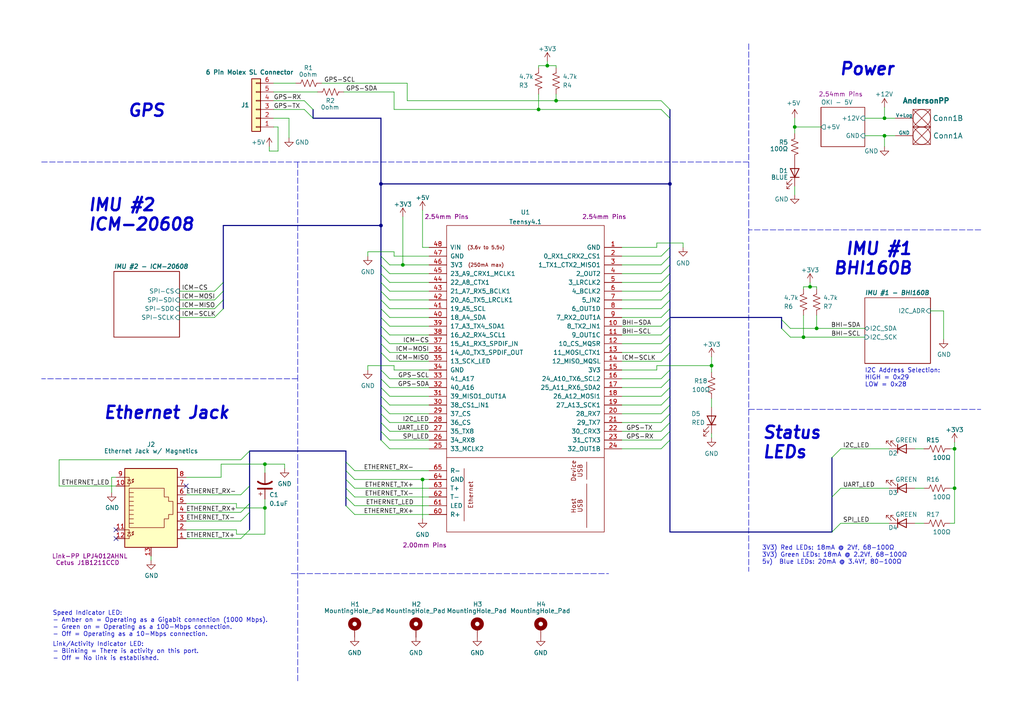
<source format=kicad_sch>
(kicad_sch (version 20211123) (generator eeschema)
  (paper "A4")
  (title_block (title "MRDT NavBoard") (date "2022-11-03") (rev "3, 2023") (company "Thomas Francois, Missouri S&T Mars Rover Design Team") (comment 1 "Teensy 4.1 Daughter Board") (comment 2 "accelerometers, and a GPS receiver") (comment 3 "This module is a Teensy4.1 daughter board, and connects the Teensy to power, ethernet, "))
  (lib_symbols
    (symbol "Connector:8P8C_LED_Shielded" (pin_names (offset 1.016))
      (property "Reference" "J4" (at 0 -14.8495 0))
      (property "Value" "Ethernet Jack w/ Magnetics" (at 0 -17.6246 0))
      (symbol "8P8C_LED_Shielded_0_1"
        (polyline (pts (xy -7.62 -7.62) (xy -6.35 -7.62)))
        (polyline (pts (xy -7.62 -5.08) (xy -6.35 -5.08)))
        (polyline (pts (xy -7.62 7.62) (xy -6.35 7.62)))
        (polyline (pts (xy -7.62 10.16) (xy -6.35 10.16)))
        (polyline (pts (xy -6.858 -5.842) (xy -5.842 -5.842)))
        (polyline (pts (xy -6.858 9.398) (xy -5.842 9.398)))
        (polyline (pts (xy -6.35 -7.62) (xy -6.35 -6.858)))
        (polyline (pts (xy -6.35 -5.08) (xy -6.35 -5.842)))
        (polyline (pts (xy -6.35 7.62) (xy -6.35 8.382)))
        (polyline (pts (xy -6.35 10.16) (xy -6.35 9.398)))
        (polyline (pts (xy -5.08 -6.223) (xy -5.207 -6.604)))
        (polyline (pts (xy -5.08 -5.588) (xy -5.207 -5.969)))
        (polyline (pts (xy -5.08 4.445) (xy -6.35 4.445)))
        (polyline (pts (xy -5.08 5.715) (xy -6.35 5.715)))
        (polyline (pts (xy -5.08 9.017) (xy -5.207 8.636)))
        (polyline (pts (xy -5.08 9.652) (xy -5.207 9.271)))
        (polyline (pts (xy -6.35 -3.175) (xy -5.08 -3.175) (xy -5.08 -3.175)))
        (polyline (pts (xy -6.35 -1.905) (xy -5.08 -1.905) (xy -5.08 -1.905)))
        (polyline (pts (xy -6.35 -0.635) (xy -5.08 -0.635) (xy -5.08 -0.635)))
        (polyline (pts (xy -6.35 0.635) (xy -5.08 0.635) (xy -5.08 0.635)))
        (polyline (pts (xy -6.35 1.905) (xy -5.08 1.905) (xy -5.08 1.905)))
        (polyline (pts (xy -5.588 -6.731) (xy -5.08 -6.223) (xy -5.461 -6.35)))
        (polyline (pts (xy -5.588 -6.096) (xy -5.08 -5.588) (xy -5.461 -5.715)))
        (polyline (pts (xy -5.588 8.509) (xy -5.08 9.017) (xy -5.461 8.89)))
        (polyline (pts (xy -5.588 9.144) (xy -5.08 9.652) (xy -5.461 9.525)))
        (polyline (pts (xy -5.08 3.175) (xy -6.35 3.175) (xy -6.35 3.175)))
        (polyline (pts (xy -6.35 -5.842) (xy -6.858 -6.858) (xy -5.842 -6.858) (xy -6.35 -5.842)))
        (polyline (pts (xy -6.35 9.398) (xy -6.858 8.382) (xy -5.842 8.382) (xy -6.35 9.398)))
        (polyline (pts (xy -6.35 -4.445) (xy -6.35 6.985) (xy 3.81 6.985) (xy 3.81 4.445) (xy 5.08 4.445) (xy 5.08 3.175) (xy 6.35 3.175) (xy 6.35 -0.635) (xy 5.08 -0.635) (xy 5.08 -1.905) (xy 3.81 -1.905) (xy 3.81 -4.445) (xy -6.35 -4.445) (xy -6.35 -4.445)))
        (rectangle (start 7.62 12.7) (end -7.62 -10.16) (stroke (width 0.254)) (fill (type background)))
      )
      (symbol "8P8C_LED_Shielded_1_1"
        (pin passive line (at 10.16 -7.62 180) (length 2.54) (name "~") (number "1"))
        (pin passive line (at -10.16 7.62 0) (length 2.54) (name "~") (number "10"))
        (pin passive line (at -10.16 -5.08 0) (length 2.54) (name "~") (number "11"))
        (pin passive line (at -10.16 -7.62 0) (length 2.54) (name "~") (number "12"))
        (pin passive line (at 0 -12.7 90) (length 2.54) (name "~") (number "13"))
        (pin passive line (at 10.16 -5.08 180) (length 2.54) (name "~") (number "2"))
        (pin passive line (at 10.16 -2.54 180) (length 2.54) (name "~") (number "3"))
        (pin passive line (at 10.16 0 180) (length 2.54) (name "~") (number "4"))
        (pin passive line (at 10.16 2.54 180) (length 2.54) (name "~") (number "5"))
        (pin passive line (at 10.16 5.08 180) (length 2.54) (name "~") (number "6"))
        (pin passive line (at 10.16 7.62 180) (length 2.54) (name "~") (number "7"))
        (pin passive line (at 10.16 10.16 180) (length 2.54) (name "~") (number "8"))
        (pin passive line (at -10.16 10.16 0) (length 2.54) (name "~") (number "9"))
      )
    )
    (symbol "Connector_Generic:Conn_01x06" (pin_names (offset 1.016) hide)
      (property "Reference" "J" (at 0 7.62 0))
      (property "Value" "Conn_01x06" (at 0 -10.16 0))
      (symbol "Conn_01x06_1_1"
        (rectangle (start -1.27 -7.493) (end 0 -7.747) (stroke (width 0.1524)))
        (rectangle (start -1.27 -4.953) (end 0 -5.207) (stroke (width 0.1524)))
        (rectangle (start -1.27 -2.413) (end 0 -2.667) (stroke (width 0.1524)))
        (rectangle (start -1.27 0.127) (end 0 -0.127) (stroke (width 0.1524)))
        (rectangle (start -1.27 2.667) (end 0 2.413) (stroke (width 0.1524)))
        (rectangle (start -1.27 5.207) (end 0 4.953) (stroke (width 0.1524)))
        (rectangle (start -1.27 6.35) (end 1.27 -8.89) (stroke (width 0.254)) (fill (type background)))
        (pin passive line (at -5.08 5.08 0) (length 3.81) (name "Pin_1") (number "1"))
        (pin passive line (at -5.08 2.54 0) (length 3.81) (name "Pin_2") (number "2"))
        (pin passive line (at -5.08 0 0) (length 3.81) (name "Pin_3") (number "3"))
        (pin passive line (at -5.08 -2.54 0) (length 3.81) (name "Pin_4") (number "4"))
        (pin passive line (at -5.08 -5.08 0) (length 3.81) (name "Pin_5") (number "5"))
        (pin passive line (at -5.08 -7.62 0) (length 3.81) (name "Pin_6") (number "6"))
      )
    )
    (symbol "Device:C_Polarized_US" (pin_numbers hide) (pin_names (offset 0.254) hide)
      (property "Reference" "C" (at 0.635 2.54 0))
      (property "Value" "C_Polarized_US" (at 0.635 -2.54 0))
      (symbol "C_Polarized_US_0_1"
        (polyline (pts (xy -2.032 0.762) (xy 2.032 0.762)) (stroke (width 0.508)))
        (polyline (pts (xy -1.778 2.286) (xy -0.762 2.286)))
        (polyline (pts (xy -1.27 1.778) (xy -1.27 2.794)))
        (arc (start 2.032 -1.27) (mid 0 -0.5572) (end -2.032 -1.27) (stroke (width 0.508)))
      )
      (symbol "C_Polarized_US_1_1"
        (pin passive line (at 0 3.81 270) (length 2.794) (name "~") (number "1"))
        (pin passive line (at 0 -3.81 90) (length 3.302) (name "~") (number "2"))
      )
    )
    (symbol "Device:LED" (pin_numbers hide) (pin_names (offset 1.016) hide)
      (property "Reference" "D" (at 0 2.54 0))
      (property "Value" "LED" (at 0 -2.54 0))
      (symbol "LED_0_1"
        (polyline (pts (xy -1.27 -1.27) (xy -1.27 1.27)) (stroke (width 0.254)))
        (polyline (pts (xy -1.27 0) (xy 1.27 0)))
        (polyline (pts (xy 1.27 -1.27) (xy 1.27 1.27) (xy -1.27 0) (xy 1.27 -1.27)) (stroke (width 0.254)))
        (polyline (pts (xy -3.048 -0.762) (xy -4.572 -2.286) (xy -3.81 -2.286) (xy -4.572 -2.286) (xy -4.572 -1.524)))
        (polyline (pts (xy -1.778 -0.762) (xy -3.302 -2.286) (xy -2.54 -2.286) (xy -3.302 -2.286) (xy -3.302 -1.524)))
      )
      (symbol "LED_1_1"
        (pin passive line (at -3.81 0 0) (length 2.54) (name "K") (number "1"))
        (pin passive line (at 3.81 0 180) (length 2.54) (name "A") (number "2"))
      )
    )
    (symbol "Device:R_US" (pin_numbers hide) (pin_names (offset 0))
      (property "Reference" "R" (at 2.54 0 90))
      (property "Value" "R_US" (at -2.54 0 90))
      (symbol "R_US_0_1"
        (polyline (pts (xy 0 -2.286) (xy 0 -2.54)))
        (polyline (pts (xy 0 2.286) (xy 0 2.54)))
        (polyline (pts (xy 0 -0.762) (xy 1.016 -1.143) (xy 0 -1.524) (xy -1.016 -1.905) (xy 0 -2.286)))
        (polyline (pts (xy 0 0.762) (xy 1.016 0.381) (xy 0 0) (xy -1.016 -0.381) (xy 0 -0.762)))
        (polyline (pts (xy 0 2.286) (xy 1.016 1.905) (xy 0 1.524) (xy -1.016 1.143) (xy 0 0.762)))
      )
      (symbol "R_US_1_1"
        (pin passive line (at 0 3.81 270) (length 1.27) (name "~") (number "1"))
        (pin passive line (at 0 -3.81 90) (length 1.27) (name "~") (number "2"))
      )
    )
    (symbol "MRDT_Connectors:AndersonPP" (pin_numbers hide) (pin_names (offset 0))
      (property "Reference" "Conn" (at 3.81 -1.27 0))
      (property "Value" "AndersonPP" (at 2.54 6.35 0))
      (symbol "AndersonPP_0_1"
        (polyline (pts (xy 0 5.08) (xy 5.08 0)))
        (polyline (pts (xy 5.08 5.08) (xy 0 0)))
        (rectangle (start 0 0) (end 5.08 5.08))
        (circle (center 2.54 2.54) (radius 2.54))
      )
      (symbol "AndersonPP_1_1"
        (pin input line (at 10.16 2.54 180) (length 5.08) (name "GND") (number "1"))
      )
      (symbol "AndersonPP_2_1"
        (pin input line (at 10.16 2.54 180) (length 5.08) (name "V+Log") (number "2"))
      )
      (symbol "AndersonPP_3_1"
        (pin input line (at 10.16 2.54 180) (length 5.08) (name "V+Act") (number "3"))
      )
      (symbol "AndersonPP_4_1"
        (pin input line (at 10.16 2.54 180) (length 5.08) (name "PV+") (number "4"))
      )
      (symbol "AndersonPP_5_1"
        (pin input line (at 10.16 2.54 180) (length 5.08) (name "~") (number "1"))
      )
    )
    (symbol "Mechanical:MountingHole_Pad" (pin_numbers hide) (pin_names (offset 1.016) hide)
      (property "Reference" "H" (at 0 6.35 0))
      (property "Value" "MountingHole_Pad" (at 0 4.445 0))
      (symbol "MountingHole_Pad_0_1"
        (circle (center 0 1.27) (radius 1.27) (stroke (width 1.27)))
      )
      (symbol "MountingHole_Pad_1_1"
        (pin input line (at 0 -2.54 90) (length 2.54) (name "1") (number "1"))
      )
    )
    (symbol "power:+12V" (power) (pin_names (offset 0))
      (property "Value" "+12V" (at 0 3.556 0))
      (symbol "+12V_0_1"
        (polyline (pts (xy -0.762 1.27) (xy 0 2.54)))
        (polyline (pts (xy 0 0) (xy 0 2.54)))
        (polyline (pts (xy 0 2.54) (xy 0.762 1.27)))
      )
      (symbol "+12V_1_1"
        (pin power_in line (at 0 0 90) (length 0) hide (name "+12V") (number "1"))
      )
    )
    (symbol "power:+3V3" (power) (pin_names (offset 0))
      (property "Value" "+3V3" (at 0 3.556 0))
      (symbol "+3V3_0_1"
        (polyline (pts (xy -0.762 1.27) (xy 0 2.54)))
        (polyline (pts (xy 0 0) (xy 0 2.54)))
        (polyline (pts (xy 0 2.54) (xy 0.762 1.27)))
      )
      (symbol "+3V3_1_1"
        (pin power_in line (at 0 0 90) (length 0) hide (name "+3V3") (number "1"))
      )
    )
    (symbol "power:+5V" (power) (pin_names (offset 0))
      (property "Value" "+5V" (at 0 3.556 0))
      (symbol "+5V_0_1"
        (polyline (pts (xy -0.762 1.27) (xy 0 2.54)))
        (polyline (pts (xy 0 0) (xy 0 2.54)))
        (polyline (pts (xy 0 2.54) (xy 0.762 1.27)))
      )
      (symbol "+5V_1_1"
        (pin power_in line (at 0 0 90) (length 0) hide (name "+5V") (number "1"))
      )
    )
    (symbol "power:GND" (power) (pin_names (offset 0))
      (property "Value" "GND" (at 0 -3.81 0))
      (symbol "GND_0_1"
        (polyline (pts (xy 0 0) (xy 0 -1.27) (xy 1.27 -1.27) (xy 0 -2.54) (xy -1.27 -1.27) (xy 0 -1.27)))
      )
      (symbol "GND_1_1"
        (pin power_in line (at 0 0 270) (length 0) hide (name "GND") (number "1"))
      )
    )
    (symbol "teensy:Teensy4.1" (pin_names (offset 1.016))
      (property "Reference" "U1" (at 0 64.7995 0))
      (property "Value" "Teensy4.1" (at 0 62.0244 0))
      (property "Left Headers" "2.54mm Pins" (at -22.86 63.5 0))
      (property "Right Headers" "2.54mm Pins" (at 22.86 63.5 0))
      (property "Ethernet Headers" "2.00mm Pins" (at 29.21 -31.75 0))
      (symbol "Teensy4.1_0_0"
        (polyline (pts (xy -22.86 -6.35) (xy 22.86 -6.35)))
        (polyline (pts (xy -17.78 -26.67) (xy -17.78 -13.97)))
        (polyline (pts (xy -17.78 -7.62) (xy -17.78 -12.7)))
        (polyline (pts (xy 17.78 -9.525) (xy 17.78 -24.765)))
        (text "(250mA max)" (at 11.43 49.53 0) (effects (font (size 1.016 1.016))))
        (text "(3.6v to 5.5v)" (at 11.43 54.61 0) (effects (font (size 1.016 1.016))))
        (text "Device" (at -13.97 -10.16 900) (effects (font (size 1.27 1.27))))
        (text "Ethernet" (at 15.875 -17.145 900) (effects (font (size 1.27 1.27))))
        (text "Host" (at -13.97 -20.32 900) (effects (font (size 1.27 1.27))))
        (text "USB" (at -15.875 -20.32 900) (effects (font (size 1.27 1.27))))
        (text "USB" (at -15.875 -10.16 900) (effects (font (size 1.27 1.27))))
        (pin bidirectional line (at -27.94 31.75 0) (length 5.08) (name "8_TX2_IN1") (number "10"))
        (pin bidirectional line (at -27.94 29.21 0) (length 5.08) (name "9_OUT1C") (number "11"))
        (pin bidirectional line (at -27.94 26.67 0) (length 5.08) (name "10_CS_MQSR") (number "12"))
        (pin bidirectional line (at -27.94 24.13 0) (length 5.08) (name "11_MOSI_CTX1") (number "13"))
        (pin bidirectional line (at -27.94 21.59 0) (length 5.08) (name "12_MISO_MQSL") (number "14"))
        (pin power_in line (at -27.94 19.05 0) (length 5.08) (name "3V3") (number "15"))
        (pin bidirectional line (at -27.94 16.51 0) (length 5.08) (name "24_A10_TX6_SCL2") (number "16"))
        (pin bidirectional line (at -27.94 13.97 0) (length 5.08) (name "25_A11_RX6_SDA2") (number "17"))
        (pin bidirectional line (at -27.94 11.43 0) (length 5.08) (name "26_A12_MOSI1") (number "18"))
        (pin bidirectional line (at -27.94 8.89 0) (length 5.08) (name "27_A13_SCK1") (number "19"))
        (pin bidirectional line (at -27.94 6.35 0) (length 5.08) (name "28_RX7") (number "20"))
        (pin bidirectional line (at -27.94 3.81 0) (length 5.08) (name "29_TX7") (number "21"))
        (pin bidirectional line (at -27.94 1.27 0) (length 5.08) (name "30_CRX3") (number "22"))
        (pin bidirectional line (at -27.94 -1.27 0) (length 5.08) (name "31_CTX3") (number "23"))
        (pin bidirectional line (at -27.94 -3.81 0) (length 5.08) (name "32_OUT1B") (number "24"))
        (pin bidirectional line (at 27.94 -3.81 180) (length 5.08) (name "33_MCLK2") (number "25"))
        (pin bidirectional line (at 27.94 -1.27 180) (length 5.08) (name "34_RX8") (number "26"))
        (pin bidirectional line (at 27.94 1.27 180) (length 5.08) (name "35_TX8") (number "27"))
        (pin bidirectional line (at 27.94 3.81 180) (length 5.08) (name "36_CS") (number "28"))
        (pin bidirectional line (at 27.94 6.35 180) (length 5.08) (name "37_CS") (number "29"))
        (pin bidirectional line (at 27.94 8.89 180) (length 5.08) (name "38_CS1_IN1") (number "30"))
        (pin bidirectional line (at 27.94 11.43 180) (length 5.08) (name "39_MISO1_OUT1A") (number "31"))
        (pin bidirectional line (at 27.94 13.97 180) (length 5.08) (name "40_A16") (number "32"))
        (pin bidirectional line (at 27.94 16.51 180) (length 5.08) (name "41_A17") (number "33"))
        (pin bidirectional line (at 27.94 21.59 180) (length 5.08) (name "13_SCK_LED") (number "35"))
        (pin bidirectional line (at 27.94 24.13 180) (length 5.08) (name "14_A0_TX3_SPDIF_OUT") (number "36"))
        (pin bidirectional line (at 27.94 26.67 180) (length 5.08) (name "15_A1_RX3_SPDIF_IN") (number "37"))
        (pin bidirectional line (at 27.94 29.21 180) (length 5.08) (name "16_A2_RX4_SCL1") (number "38"))
        (pin bidirectional line (at 27.94 31.75 180) (length 5.08) (name "17_A3_TX4_SDA1") (number "39"))
        (pin bidirectional line (at 27.94 34.29 180) (length 5.08) (name "18_A4_SDA") (number "40"))
        (pin bidirectional line (at 27.94 36.83 180) (length 5.08) (name "19_A5_SCL") (number "41"))
        (pin bidirectional line (at 27.94 39.37 180) (length 5.08) (name "20_A6_TX5_LRCLK1") (number "42"))
        (pin bidirectional line (at 27.94 41.91 180) (length 5.08) (name "21_A7_RX5_BCLK1") (number "43"))
        (pin bidirectional line (at 27.94 44.45 180) (length 5.08) (name "22_A8_CTX1") (number "44"))
        (pin bidirectional line (at 27.94 46.99 180) (length 5.08) (name "23_A9_CRX1_MCLK1") (number "45"))
        (pin output line (at 27.94 49.53 180) (length 5.08) (name "3V3") (number "46"))
        (pin output line (at 27.94 52.07 180) (length 5.08) (name "GND") (number "47"))
        (pin power_in line (at 27.94 54.61 180) (length 5.08) (name "VIN") (number "48"))
        (pin bidirectional line (at -27.94 44.45 0) (length 5.08) (name "3_LRCLK2") (number "5"))
        (pin bidirectional line (at -27.94 41.91 0) (length 5.08) (name "4_BCLK2") (number "6"))
        (pin bidirectional line (at 27.94 -22.86 180) (length 5.08) (name "R+") (number "60"))
        (pin bidirectional line (at 27.94 -20.32 180) (length 5.08) (name "LED") (number "61"))
        (pin bidirectional line (at 27.94 -17.78 180) (length 5.08) (name "T-") (number "62"))
        (pin bidirectional line (at 27.94 -15.24 180) (length 5.08) (name "T+") (number "63"))
        (pin power_in line (at 27.94 -12.7 180) (length 5.08) (name "GND") (number "64"))
        (pin bidirectional line (at 27.94 -10.16 180) (length 5.08) (name "R-") (number "65"))
        (pin bidirectional line (at -27.94 39.37 0) (length 5.08) (name "5_IN2") (number "7"))
        (pin bidirectional line (at -27.94 36.83 0) (length 5.08) (name "6_OUT1D") (number "8"))
        (pin bidirectional line (at -27.94 34.29 0) (length 5.08) (name "7_RX2_OUT1A") (number "9"))
      )
      (symbol "Teensy4.1_0_1"
        (rectangle (start -22.86 60.96) (end 22.86 -27.94))
        (rectangle (start -20.32 -1.27) (end -20.32 -1.27))
      )
      (symbol "Teensy4.1_1_1"
        (pin power_in line (at -27.94 54.61 0) (length 5.08) (name "GND") (number "1"))
        (pin bidirectional line (at -27.94 52.07 0) (length 5.08) (name "0_RX1_CRX2_CS1") (number "2"))
        (pin bidirectional line (at -27.94 49.53 0) (length 5.08) (name "1_TX1_CTX2_MISO1") (number "3"))
        (pin power_in line (at 27.94 19.05 180) (length 5.08) (name "GND") (number "34"))
        (pin bidirectional line (at -27.94 46.99 0) (length 5.08) (name "2_OUT2") (number "4"))
      )
    )
  )
  (junction (at 256.54 39.37))
  (junction (at 206.375 106.045))
  (junction (at 161.29 29.21))
  (junction (at 256.54 34.29))
  (junction (at 156.21 31.75))
  (junction (at 158.75 19.05))
  (junction (at 76.835 134.62))
  (junction (at 230.505 36.83))
  (junction (at 76.835 147.32))
  (junction (at 194.31 53.34))
  (junction (at 122.555 139.065))
  (junction (at 236.855 95.25))
  (junction (at 116.84 76.835))
  (junction (at 276.86 130.175))
  (junction (at 110.49 65.405))
  (junction (at 110.49 53.34))
  (junction (at 234.95 83.185))
  (junction (at 233.045 97.79))
  (junction (at 276.86 141.605))
  (no_connect (at 53.975 140.97))
  (no_connect (at 33.655 156.21))
  (no_connect (at 33.655 153.67))
  (bus_entry (at 191.77 89.535) (size 2.54 -2.54))
  (bus_entry (at 102.87 139.065) (size -2.54 -2.54))
  (bus_entry (at 113.03 109.855) (size -2.54 -2.54))
  (bus_entry (at 113.03 112.395) (size -2.54 -2.54))
  (bus_entry (at 191.77 86.995) (size 2.54 -2.54))
  (bus_entry (at 113.03 86.995) (size -2.54 -2.54))
  (bus_entry (at 113.03 99.695) (size -2.54 -2.54))
  (bus_entry (at 102.87 141.605) (size -2.54 -2.54))
  (bus_entry (at 191.77 125.095) (size 2.54 -2.54))
  (bus_entry (at 194.31 34.29) (size -2.54 -2.54))
  (bus_entry (at 72.39 130.81) (size -2.54 2.54))
  (bus_entry (at 191.77 102.235) (size 2.54 -2.54))
  (bus_entry (at 113.03 97.155) (size -2.54 -2.54))
  (bus_entry (at 113.03 122.555) (size -2.54 -2.54))
  (bus_entry (at 191.77 122.555) (size 2.54 -2.54))
  (bus_entry (at 191.77 99.695) (size 2.54 -2.54))
  (bus_entry (at 191.77 76.835) (size 2.54 -2.54))
  (bus_entry (at 113.03 81.915) (size -2.54 -2.54))
  (bus_entry (at 113.03 102.235) (size -2.54 -2.54))
  (bus_entry (at 90.805 34.29) (size -2.54 -2.54))
  (bus_entry (at 113.03 104.775) (size -2.54 -2.54))
  (bus_entry (at 113.03 79.375) (size -2.54 -2.54))
  (bus_entry (at 191.77 112.395) (size 2.54 -2.54))
  (bus_entry (at 62.23 89.535) (size 2.54 -2.54))
  (bus_entry (at 191.77 109.855) (size 2.54 -2.54))
  (bus_entry (at 191.77 92.075) (size 2.54 -2.54))
  (bus_entry (at 113.03 84.455) (size -2.54 -2.54))
  (bus_entry (at 191.77 114.935) (size 2.54 -2.54))
  (bus_entry (at 113.03 117.475) (size -2.54 -2.54))
  (bus_entry (at 191.77 81.915) (size 2.54 -2.54))
  (bus_entry (at 113.03 130.175) (size -2.54 -2.54))
  (bus_entry (at 102.87 144.145) (size -2.54 -2.54))
  (bus_entry (at 113.03 120.015) (size -2.54 -2.54))
  (bus_entry (at 191.77 104.775) (size 2.54 -2.54))
  (bus_entry (at 191.77 94.615) (size 2.54 -2.54))
  (bus_entry (at 113.03 114.935) (size -2.54 -2.54))
  (bus_entry (at 191.77 74.295) (size 2.54 -2.54))
  (bus_entry (at 72.39 148.59) (size -2.54 2.54))
  (bus_entry (at 102.87 136.525) (size -2.54 -2.54))
  (bus_entry (at 62.23 92.075) (size 2.54 -2.54))
  (bus_entry (at 90.805 31.75) (size -2.54 -2.54))
  (bus_entry (at 102.87 146.685) (size -2.54 -2.54))
  (bus_entry (at 62.23 84.455) (size 2.54 -2.54))
  (bus_entry (at 113.03 127.635) (size -2.54 -2.54))
  (bus_entry (at 113.03 92.075) (size -2.54 -2.54))
  (bus_entry (at 113.03 94.615) (size -2.54 -2.54))
  (bus_entry (at 191.77 97.155) (size 2.54 -2.54))
  (bus_entry (at 113.03 76.835) (size -2.54 -2.54))
  (bus_entry (at 191.77 127.635) (size 2.54 -2.54))
  (bus_entry (at 191.77 130.175) (size 2.54 -2.54))
  (bus_entry (at 102.87 149.225) (size -2.54 -2.54))
  (bus_entry (at 194.31 31.75) (size -2.54 -2.54))
  (bus_entry (at 62.23 86.995) (size 2.54 -2.54))
  (bus_entry (at 72.39 140.97) (size -2.54 2.54))
  (bus_entry (at 113.03 89.535) (size -2.54 -2.54))
  (bus_entry (at 191.77 120.015) (size 2.54 -2.54))
  (bus_entry (at 72.39 153.67) (size -2.54 2.54))
  (bus_entry (at 72.39 146.05) (size -2.54 2.54))
  (bus_entry (at 229.235 95.25) (size -2.54 -2.54))
  (bus_entry (at 229.235 97.79) (size -2.54 -2.54))
  (bus_entry (at 191.77 84.455) (size 2.54 -2.54))
  (bus_entry (at 191.77 79.375) (size 2.54 -2.54))
  (bus_entry (at 191.77 117.475) (size 2.54 -2.54))
  (bus_entry (at 113.03 125.095) (size -2.54 -2.54))
  (bus_entry (at 243.84 151.765) (size -2.54 2.54))
  (bus_entry (at 243.84 141.605) (size -2.54 2.54))
  (bus_entry (at 243.84 130.175) (size -2.54 2.54))
  (wire (pts (xy 116.84 76.835) (xy 124.46 76.835)))
  (wire (pts (xy 17.145 133.35) (xy 17.145 140.97)))
  (wire (pts (xy 53.975 143.51) (xy 69.85 143.51)))
  (bus (pts (xy 226.695 95.25) (xy 226.695 92.71)))
  (bus (pts (xy 110.49 125.095) (xy 110.49 127.635)))
  (bus (pts (xy 90.805 31.75) (xy 90.805 34.29)))
  (wire (pts (xy 180.34 74.295) (xy 191.77 74.295)))
  (wire (pts (xy 190.5 70.485) (xy 190.5 71.755)))
  (wire (pts (xy 114.3 73.025) (xy 114.3 74.295)))
  (polyline (pts (xy 12.065 46.99) (xy 217.17 46.99)))
  (polyline (pts (xy 217.17 12.7) (xy 217.17 61.595)))
  (wire (pts (xy 161.29 27.305) (xy 161.29 29.21)))
  (wire (pts (xy 206.375 125.73) (xy 206.375 127)))
  (bus (pts (xy 110.49 89.535) (xy 110.49 92.075)))
  (wire (pts (xy 118.11 29.21) (xy 161.29 29.21)))
  (bus (pts (xy 110.49 112.395) (xy 110.49 114.935)))
  (wire (pts (xy 122.555 150.495) (xy 122.555 139.065)))
  (bus (pts (xy 110.49 76.835) (xy 110.49 79.375)))
  (wire (pts (xy 256.54 34.29) (xy 250.825 34.29)))
  (wire (pts (xy 276.86 128.27) (xy 276.86 130.175)))
  (bus (pts (xy 194.31 125.095) (xy 194.31 127.635)))
  (polyline (pts (xy 84.455 166.37) (xy 176.53 166.37)))
  (bus (pts (xy 72.39 130.81) (xy 72.39 140.97)))
  (polyline (pts (xy 284.48 66.675) (xy 217.17 66.675)))
  (wire (pts (xy 79.375 31.75) (xy 88.265 31.75)))
  (wire (pts (xy 236.855 83.185) (xy 236.855 83.82)))
  (bus (pts (xy 194.31 71.755) (xy 194.31 74.295)))
  (wire (pts (xy 230.505 36.83) (xy 230.505 38.735)))
  (wire (pts (xy 113.03 102.235) (xy 124.46 102.235)))
  (bus (pts (xy 110.49 53.34) (xy 194.31 53.34)))
  (wire (pts (xy 68.58 147.32) (xy 76.835 147.32)))
  (bus (pts (xy 110.49 34.29) (xy 110.49 53.34)))
  (wire (pts (xy 234.95 83.185) (xy 236.855 83.185)))
  (bus (pts (xy 100.33 130.81) (xy 100.33 133.985)))
  (wire (pts (xy 53.975 153.67) (xy 68.58 153.67)))
  (wire (pts (xy 64.135 134.62) (xy 64.135 138.43)))
  (wire (pts (xy 180.34 127.635) (xy 191.77 127.635)))
  (wire (pts (xy 68.58 146.05) (xy 53.975 146.05)))
  (wire (pts (xy 76.835 134.62) (xy 64.135 134.62)))
  (wire (pts (xy 275.59 141.605) (xy 276.86 141.605)))
  (wire (pts (xy 198.12 70.485) (xy 198.12 71.755)))
  (wire (pts (xy 180.34 86.995) (xy 191.77 86.995)))
  (wire (pts (xy 124.46 109.855) (xy 113.03 109.855)))
  (wire (pts (xy 198.12 70.485) (xy 190.5 70.485)))
  (wire (pts (xy 124.46 122.555) (xy 113.03 122.555)))
  (wire (pts (xy 190.5 71.755) (xy 180.34 71.755)))
  (bus (pts (xy 194.31 99.695) (xy 194.31 102.235)))
  (wire (pts (xy 80.645 36.83) (xy 80.645 43.815)))
  (bus (pts (xy 226.695 92.71) (xy 226.695 92.075)))
  (wire (pts (xy 124.46 114.935) (xy 113.03 114.935)))
  (wire (pts (xy 161.29 19.685) (xy 161.29 19.05)))
  (wire (pts (xy 180.34 76.835) (xy 191.77 76.835)))
  (bus (pts (xy 194.31 109.855) (xy 194.31 112.395)))
  (bus (pts (xy 194.31 92.075) (xy 226.695 92.075)))
  (wire (pts (xy 158.75 19.05) (xy 158.75 17.78)))
  (wire (pts (xy 180.34 104.775) (xy 191.77 104.775)))
  (wire (pts (xy 156.21 27.305) (xy 156.21 31.75)))
  (wire (pts (xy 243.84 130.175) (xy 257.81 130.175)))
  (wire (pts (xy 156.21 19.685) (xy 156.21 19.05)))
  (wire (pts (xy 79.375 36.83) (xy 80.645 36.83)))
  (bus (pts (xy 110.49 92.075) (xy 110.49 94.615)))
  (bus (pts (xy 194.31 84.455) (xy 194.31 86.995)))
  (bus (pts (xy 110.49 79.375) (xy 110.49 81.915)))
  (wire (pts (xy 180.34 99.695) (xy 191.77 99.695)))
  (bus (pts (xy 110.49 86.995) (xy 110.49 89.535)))
  (bus (pts (xy 110.49 107.315) (xy 110.49 109.855)))
  (wire (pts (xy 230.505 53.975) (xy 230.505 56.515)))
  (wire (pts (xy 124.46 89.535) (xy 113.03 89.535)))
  (wire (pts (xy 52.07 92.075) (xy 62.23 92.075)))
  (wire (pts (xy 118.11 29.21) (xy 118.11 24.13)))
  (bus (pts (xy 100.33 144.145) (xy 100.33 146.685)))
  (wire (pts (xy 124.46 117.475) (xy 113.03 117.475)))
  (wire (pts (xy 106.68 73.025) (xy 106.68 74.295)))
  (wire (pts (xy 180.34 94.615) (xy 191.77 94.615)))
  (bus (pts (xy 194.31 114.935) (xy 194.31 117.475)))
  (wire (pts (xy 124.46 79.375) (xy 113.03 79.375)))
  (wire (pts (xy 106.68 106.045) (xy 106.68 107.315)))
  (wire (pts (xy 124.46 97.155) (xy 113.03 97.155)))
  (bus (pts (xy 72.39 146.05) (xy 72.39 148.59)))
  (bus (pts (xy 110.49 122.555) (xy 110.49 125.095)))
  (bus (pts (xy 100.33 136.525) (xy 100.33 139.065)))
  (bus (pts (xy 194.31 81.915) (xy 194.31 84.455)))
  (wire (pts (xy 124.46 146.685) (xy 102.87 146.685)))
  (bus (pts (xy 110.49 114.935) (xy 110.49 117.475)))
  (wire (pts (xy 124.46 94.615) (xy 113.03 94.615)))
  (wire (pts (xy 180.34 114.935) (xy 191.77 114.935)))
  (wire (pts (xy 230.505 34.29) (xy 230.505 36.83)))
  (wire (pts (xy 113.03 99.695) (xy 124.46 99.695)))
  (wire (pts (xy 267.97 130.175) (xy 265.43 130.175)))
  (wire (pts (xy 76.835 147.32) (xy 76.835 154.94)))
  (bus (pts (xy 241.3 154.305) (xy 194.31 154.305)))
  (bus (pts (xy 100.33 130.81) (xy 72.39 130.81)))
  (polyline (pts (xy 86.36 109.855) (xy 12.065 109.855)))
  (wire (pts (xy 180.34 112.395) (xy 191.77 112.395)))
  (wire (pts (xy 276.86 130.175) (xy 275.59 130.175)))
  (wire (pts (xy 122.555 139.065) (xy 124.46 139.065)))
  (bus (pts (xy 110.49 97.155) (xy 110.49 99.695)))
  (bus (pts (xy 194.31 120.015) (xy 194.31 122.555)))
  (wire (pts (xy 76.835 144.78) (xy 76.835 147.32)))
  (wire (pts (xy 122.555 71.755) (xy 124.46 71.755)))
  (wire (pts (xy 238.125 36.83) (xy 230.505 36.83)))
  (wire (pts (xy 79.375 26.67) (xy 92.075 26.67)))
  (wire (pts (xy 180.34 92.075) (xy 191.77 92.075)))
  (wire (pts (xy 122.555 71.755) (xy 122.555 60.96)))
  (wire (pts (xy 118.11 24.13) (xy 93.345 24.13)))
  (bus (pts (xy 194.31 107.315) (xy 194.31 109.855)))
  (bus (pts (xy 194.31 89.535) (xy 194.31 92.075)))
  (wire (pts (xy 124.46 84.455) (xy 113.03 84.455)))
  (wire (pts (xy 124.46 92.075) (xy 113.03 92.075)))
  (wire (pts (xy 114.3 26.67) (xy 114.3 31.75)))
  (wire (pts (xy 113.03 127.635) (xy 124.46 127.635)))
  (wire (pts (xy 243.84 141.605) (xy 257.81 141.605)))
  (wire (pts (xy 17.145 140.97) (xy 33.655 140.97)))
  (wire (pts (xy 106.68 106.045) (xy 114.3 106.045)))
  (bus (pts (xy 110.49 120.015) (xy 110.49 122.555)))
  (wire (pts (xy 79.375 24.13) (xy 85.725 24.13)))
  (wire (pts (xy 206.375 107.95) (xy 206.375 106.045)))
  (wire (pts (xy 124.46 125.095) (xy 113.03 125.095)))
  (wire (pts (xy 180.34 120.015) (xy 191.77 120.015)))
  (wire (pts (xy 124.46 120.015) (xy 113.03 120.015)))
  (wire (pts (xy 68.58 146.05) (xy 68.58 147.32)))
  (bus (pts (xy 110.49 53.34) (xy 110.49 65.405)))
  (wire (pts (xy 180.34 102.235) (xy 191.77 102.235)))
  (wire (pts (xy 233.045 91.44) (xy 233.045 97.79)))
  (wire (pts (xy 259.715 39.37) (xy 256.54 39.37)))
  (bus (pts (xy 100.33 139.065) (xy 100.33 141.605)))
  (wire (pts (xy 180.34 122.555) (xy 191.77 122.555)))
  (wire (pts (xy 52.07 86.995) (xy 62.23 86.995)))
  (wire (pts (xy 180.34 125.095) (xy 191.77 125.095)))
  (bus (pts (xy 64.77 89.535) (xy 64.77 86.995)))
  (wire (pts (xy 114.3 74.295) (xy 124.46 74.295)))
  (wire (pts (xy 229.235 97.79) (xy 233.045 97.79)))
  (bus (pts (xy 194.31 94.615) (xy 194.31 97.155)))
  (wire (pts (xy 233.045 83.82) (xy 233.045 83.185)))
  (wire (pts (xy 68.58 154.94) (xy 68.58 153.67)))
  (wire (pts (xy 124.46 86.995) (xy 113.03 86.995)))
  (wire (pts (xy 267.97 141.605) (xy 265.43 141.605)))
  (bus (pts (xy 64.77 65.405) (xy 110.49 65.405)))
  (bus (pts (xy 72.39 140.97) (xy 72.39 146.05)))
  (wire (pts (xy 124.46 81.915) (xy 113.03 81.915)))
  (bus (pts (xy 100.33 133.985) (xy 100.33 136.525)))
  (wire (pts (xy 180.34 79.375) (xy 191.77 79.375)))
  (bus (pts (xy 194.31 97.155) (xy 194.31 99.695)))
  (wire (pts (xy 229.235 95.25) (xy 236.855 95.25)))
  (wire (pts (xy 43.815 162.56) (xy 43.815 161.29)))
  (wire (pts (xy 180.34 130.175) (xy 191.77 130.175)))
  (wire (pts (xy 243.84 151.765) (xy 257.81 151.765)))
  (wire (pts (xy 190.5 107.315) (xy 190.5 106.045)))
  (wire (pts (xy 53.975 151.13) (xy 69.85 151.13)))
  (wire (pts (xy 180.34 97.155) (xy 191.77 97.155)))
  (wire (pts (xy 124.46 144.145) (xy 102.87 144.145)))
  (wire (pts (xy 180.34 107.315) (xy 190.5 107.315)))
  (bus (pts (xy 194.31 76.835) (xy 194.31 79.375)))
  (bus (pts (xy 194.31 74.295) (xy 194.31 76.835)))
  (wire (pts (xy 256.54 31.115) (xy 256.54 34.29)))
  (bus (pts (xy 64.77 81.915) (xy 64.77 65.405)))
  (bus (pts (xy 194.31 34.29) (xy 194.31 53.34)))
  (wire (pts (xy 180.34 89.535) (xy 191.77 89.535)))
  (wire (pts (xy 52.07 89.535) (xy 62.23 89.535)))
  (wire (pts (xy 124.46 112.395) (xy 113.03 112.395)))
  (bus (pts (xy 194.31 53.34) (xy 194.31 71.755)))
  (wire (pts (xy 82.55 134.62) (xy 82.55 135.89)))
  (wire (pts (xy 180.34 109.855) (xy 191.77 109.855)))
  (wire (pts (xy 76.835 134.62) (xy 82.55 134.62)))
  (wire (pts (xy 76.835 134.62) (xy 76.835 137.16)))
  (wire (pts (xy 78.105 43.815) (xy 78.105 42.545)))
  (bus (pts (xy 64.77 86.995) (xy 64.77 84.455)))
  (wire (pts (xy 256.54 39.37) (xy 256.54 42.545)))
  (bus (pts (xy 110.49 109.855) (xy 110.49 112.395)))
  (wire (pts (xy 236.855 91.44) (xy 236.855 95.25)))
  (bus (pts (xy 90.805 34.29) (xy 110.49 34.29)))
  (wire (pts (xy 114.3 107.315) (xy 124.46 107.315)))
  (wire (pts (xy 233.045 83.185) (xy 234.95 83.185)))
  (bus (pts (xy 110.49 84.455) (xy 110.49 86.995)))
  (wire (pts (xy 234.95 81.915) (xy 234.95 83.185)))
  (wire (pts (xy 116.84 62.865) (xy 116.84 76.835)))
  (bus (pts (xy 110.49 74.295) (xy 110.49 76.835)))
  (bus (pts (xy 64.77 84.455) (xy 64.77 81.915)))
  (bus (pts (xy 194.31 31.75) (xy 194.31 34.29)))
  (bus (pts (xy 194.31 102.235) (xy 194.31 107.315)))
  (polyline (pts (xy 86.36 197.485) (xy 86.36 109.855)))
  (wire (pts (xy 106.68 73.025) (xy 114.3 73.025)))
  (wire (pts (xy 102.87 136.525) (xy 124.46 136.525)))
  (bus (pts (xy 110.49 81.915) (xy 110.49 84.455)))
  (wire (pts (xy 206.375 115.57) (xy 206.375 118.11)))
  (bus (pts (xy 110.49 94.615) (xy 110.49 97.155)))
  (wire (pts (xy 69.85 133.35) (xy 17.145 133.35)))
  (wire (pts (xy 233.045 97.79) (xy 250.825 97.79)))
  (wire (pts (xy 206.375 103.505) (xy 206.375 106.045)))
  (wire (pts (xy 32.385 142.875) (xy 32.385 138.43)))
  (wire (pts (xy 69.85 148.59) (xy 53.975 148.59)))
  (bus (pts (xy 194.31 117.475) (xy 194.31 120.015)))
  (bus (pts (xy 110.49 102.235) (xy 110.49 107.315)))
  (wire (pts (xy 276.86 151.765) (xy 275.59 151.765)))
  (wire (pts (xy 83.82 34.29) (xy 83.82 40.005)))
  (wire (pts (xy 113.03 76.835) (xy 116.84 76.835)))
  (bus (pts (xy 110.49 99.695) (xy 110.49 102.235)))
  (bus (pts (xy 241.3 144.145) (xy 241.3 154.305)))
  (bus (pts (xy 241.3 132.715) (xy 241.3 144.145)))
  (wire (pts (xy 180.34 81.915) (xy 191.77 81.915)))
  (polyline (pts (xy 217.17 118.745) (xy 284.48 118.745)))
  (bus (pts (xy 194.31 112.395) (xy 194.31 114.935)))
  (wire (pts (xy 52.07 84.455) (xy 62.23 84.455)))
  (wire (pts (xy 64.135 138.43) (xy 53.975 138.43)))
  (polyline (pts (xy 86.36 46.99) (xy 86.36 109.855)))
  (wire (pts (xy 276.86 141.605) (xy 276.86 151.765)))
  (wire (pts (xy 190.5 106.045) (xy 206.375 106.045)))
  (wire (pts (xy 256.54 39.37) (xy 250.825 39.37)))
  (wire (pts (xy 124.46 149.225) (xy 102.87 149.225)))
  (wire (pts (xy 32.385 138.43) (xy 33.655 138.43)))
  (bus (pts (xy 194.31 86.995) (xy 194.31 89.535)))
  (wire (pts (xy 76.835 154.94) (xy 68.58 154.94)))
  (wire (pts (xy 267.97 151.765) (xy 265.43 151.765)))
  (wire (pts (xy 83.82 34.29) (xy 79.375 34.29)))
  (wire (pts (xy 273.685 90.17) (xy 269.875 90.17)))
  (bus (pts (xy 194.31 79.375) (xy 194.31 81.915)))
  (bus (pts (xy 194.31 122.555) (xy 194.31 125.095)))
  (wire (pts (xy 180.34 84.455) (xy 191.77 84.455)))
  (polyline (pts (xy 217.17 61.595) (xy 217.17 165.735)))
  (wire (pts (xy 156.21 31.75) (xy 191.77 31.75)))
  (bus (pts (xy 194.31 92.075) (xy 194.31 94.615)))
  (wire (pts (xy 124.46 104.775) (xy 113.03 104.775)))
  (wire (pts (xy 158.75 19.05) (xy 161.29 19.05)))
  (bus (pts (xy 72.39 148.59) (xy 72.39 153.67)))
  (wire (pts (xy 122.555 139.065) (xy 102.87 139.065)))
  (wire (pts (xy 69.85 156.21) (xy 53.975 156.21)))
  (bus (pts (xy 110.49 117.475) (xy 110.49 120.015)))
  (wire (pts (xy 114.3 106.045) (xy 114.3 107.315)))
  (bus (pts (xy 194.31 127.635) (xy 194.31 154.305)))
  (wire (pts (xy 79.375 29.21) (xy 88.265 29.21)))
  (wire (pts (xy 180.34 117.475) (xy 191.77 117.475)))
  (wire (pts (xy 78.105 43.815) (xy 80.645 43.815)))
  (wire (pts (xy 273.685 90.17) (xy 273.685 98.425)))
  (wire (pts (xy 124.46 141.605) (xy 102.87 141.605)))
  (wire (pts (xy 113.03 130.175) (xy 124.46 130.175)))
  (bus (pts (xy 100.33 141.605) (xy 100.33 144.145)))
  (wire (pts (xy 161.29 29.21) (xy 191.77 29.21)))
  (wire (pts (xy 114.3 31.75) (xy 156.21 31.75)))
  (bus (pts (xy 110.49 65.405) (xy 110.49 74.295)))
  (wire (pts (xy 259.715 34.29) (xy 256.54 34.29)))
  (wire (pts (xy 236.855 95.25) (xy 250.825 95.25)))
  (wire (pts (xy 276.86 130.175) (xy 276.86 141.605)))
  (wire (pts (xy 156.21 19.05) (xy 158.75 19.05)))
  (wire (pts (xy 99.695 26.67) (xy 114.3 26.67)))
  (text "Link/Activity Indicator LED:\n- Blinking = There is activity on this port.\n- Off = No link is established." (at 15.24 191.77 0) (effects (font (size 1.27 1.27)) (justify left bottom)))
  (text "GPS" (at 36.83 34.29 0) (effects (font (size 3.5052 3.5052) (thickness 0.701) bold italic) (justify left bottom)))
  (text "I2C Address Selection:\nHIGH = 0x29\nLOW = 0x28" (at 250.825 112.395 0) (effects (font (size 1.27 1.27)) (justify left bottom)))
  (text "IMU #1\nBHI160B" (at 264.795 80.01 180) (effects (font (size 3.5052 3.5052) (thickness 0.701) bold italic) (justify right bottom)))
  (text "Status\nLEDs" (at 220.98 133.35 0) (effects (font (size 3.5052 3.5052) (thickness 0.701) bold italic) (justify left bottom)))
  (text "IMU #2\nICM-20608" (at 25.4 67.31 0) (effects (font (size 3.5052 3.5052) (thickness 0.701) bold italic) (justify left bottom)))
  (text "Speed Indicator LED:\n- Amber on = Operating as a Gigabit connection (1000 Mbps).\n- Green on = Operating as a 100-Mbps connection.\n- Off = Operating as a 10-Mbps connection." (at 15.24 184.785 0) (effects (font (size 1.27 1.27)) (justify left bottom)))
  (text "Ethernet Jack" (at 29.845 121.92 0) (effects (font (size 3.5052 3.5052) (thickness 0.701) bold italic) (justify left bottom)))
  (text "Power" (at 259.715 22.225 180) (effects (font (size 3.5052 3.5052) (thickness 0.701) bold italic) (justify right bottom)))
  (text "3V3) Red LEDs: 18mA @ 2Vf, 68-100Ω\n3V3) Green LEDs: 18mA @ 2.2Vf, 68-100Ω\n5v)  Blue LEDs: 20mA @ 3.4Vf, 80-100Ω" (at 220.98 163.83 0) (effects (font (size 1.27 1.27)) (justify left bottom)))
  (label "GPS-RX" (at 181.61 127.635 0))
  (label "SPI_LED" (at 244.475 151.765 0))
  (label "BHI-SCL" (at 180.34 97.155 0))
  (label "ICM-MISO" (at 52.705 89.535 0))
  (label "ICM-CS" (at 124.46 99.695 180))
  (label "GPS-SDA" (at 124.46 112.395 180))
  (label "GPS-SCL" (at 93.98 24.13 0))
  (label "ETHERNET_TX-" (at 53.975 151.13 0))
  (label "ETHERNET_LED" (at 120.015 146.685 180))
  (label "UART_LED" (at 244.475 141.605 0))
  (label "ETHERNET_RX+" (at 53.975 148.59 0))
  (label "GPS-TX" (at 79.375 31.75 0))
  (label "ICM-MOSI" (at 124.46 102.235 180))
  (label "BHI-SCL" (at 249.555 97.79 180))
  (label "GPS-SDA" (at 100.33 26.67 0))
  (label "ETHERNET_TX+" (at 53.975 156.21 0))
  (label "UART_LED" (at 124.46 125.095 180))
  (label "GPS-SCL" (at 124.46 109.855 180))
  (label "I2C_LED" (at 244.475 130.175 0))
  (label "GPS-RX" (at 79.375 29.21 0))
  (label "ETHERNET_RX+" (at 120.015 149.225 180))
  (label "ICM-CS" (at 52.705 84.455 0))
  (label "ICM-SCLK" (at 52.705 92.075 0))
  (label "SPI_LED" (at 124.46 127.635 180))
  (label "I2C_LED" (at 124.46 122.555 180))
  (label "ICM-MOSI" (at 52.705 86.995 0))
  (label "BHI-SDA" (at 180.34 94.615 0))
  (label "ETHERNET_TX-" (at 120.015 144.145 180))
  (label "ETHERNET_TX+" (at 120.015 141.605 180))
  (label "ETHERNET_LED" (at 31.75 140.97 180))
  (label "ETHERNET_RX-" (at 53.975 143.51 0))
  (label "BHI-SDA" (at 249.555 95.25 180))
  (label "ICM-SCLK" (at 180.34 104.775 0))
  (label "ICM-MISO" (at 124.46 104.775 180))
  (label "GPS-TX" (at 181.61 125.095 0))
  (label "ETHERNET_RX-" (at 120.015 136.525 180))
  (symbol (lib_id "Device:R_US") (at 95.885 26.67 90) (unit 1)
    (property "Reference" "R2" (at 97.155 29.21 90) (effects (justify left)))
    (property "Value" "0ohm" (at 98.425 31.115 90) (effects (justify left)))
    (property "Footprint" "Resistor_SMD:R_0603_1608Metric_Pad0.98x0.95mm_HandSolder" (effects hide))
  )
  (symbol (lib_id "Mechanical:MountingHole_Pad") (at 156.845 182.245 0) (unit 1)
    (property "Reference" "H4" (at 155.575 175.26 0) (effects (justify left)))
    (property "Value" "MountingHole_Pad" (at 147.955 177.165 0) (effects (justify left)))
  )
  (symbol (lib_id "Device:LED") (at 261.62 151.765 0) (mirror x) (unit 1)
    (property "Reference" "D4" (at 260.35 153.035 0) (effects (justify right)))
    (property "Value" "GREEN" (at 266.065 149.225 0) (effects (justify right)))
    (property "Footprint" "LED_SMD:LED_0603_1608Metric_Pad1.05x0.95mm_HandSolder" (effects hide))
  )
  (symbol (lib_id "Device:R_US") (at 206.375 111.76 0) (unit 1)
    (property "Reference" "R18" (at 201.295 110.49 0) (effects (justify left)))
    (property "Value" "100Ω" (at 200.66 113.03 0) (effects (justify left)))
    (property "Footprint" "Resistor_SMD:R_0603_1608Metric_Pad0.98x0.95mm_HandSolder" (effects hide))
  )
  (symbol (lib_id "Mechanical:MountingHole_Pad") (at 120.65 182.245 0) (unit 1)
    (property "Reference" "H2" (at 119.38 175.26 0) (effects (justify left)))
    (property "Value" "MountingHole_Pad" (at 111.76 177.165 0) (effects (justify left)))
  )
  (symbol (lib_id "Device:R_US") (at 230.505 42.545 0) (mirror y) (unit 1)
    (property "Reference" "R5" (at 228.6 41.275 0) (effects (justify left)))
    (property "Value" "100Ω" (at 228.6 43.18 0) (effects (justify left)))
    (property "Footprint" "Resistor_SMD:R_0603_1608Metric_Pad0.98x0.95mm_HandSolder" (effects hide))
  )
  (symbol (lib_id "power:GND") (at 206.375 127 0) (mirror y) (unit 1)
    (property "Reference" "#PWR0102" (effects hide))
    (property "Value" "GND" (at 206.375 131.5625 0))
  )
  (symbol (lib_id "Device:LED") (at 230.505 50.165 270) (mirror x) (unit 1)
    (property "Reference" "D1" (at 228.6 49.53 90) (effects (justify right)))
    (property "Value" "BLUE" (at 228.6 51.435 90) (effects (justify right)))
    (property "Footprint" "LED_SMD:LED_0603_1608Metric_Pad1.05x0.95mm_HandSolder" (effects hide))
  )
  (symbol (lib_id "Device:LED") (at 261.62 130.175 0) (mirror x) (unit 1)
    (property "Reference" "D2" (at 260.35 131.445 0) (effects (justify right)))
    (property "Value" "GREEN" (at 266.065 127.635 0) (effects (justify right)))
    (property "Footprint" "LED_SMD:LED_0603_1608Metric_Pad1.05x0.95mm_HandSolder" (effects hide))
  )
  (symbol (lib_id "power:+5V") (at 122.555 60.96 0) (mirror y) (unit 1)
    (property "Reference" "#PWR09" (effects hide))
    (property "Value" "+5V" (at 122.555 57.3555 0))
  )
  (symbol (lib_id "power:+5V") (at 78.105 42.545 0) (mirror y) (unit 1)
    (property "Reference" "#PWR06" (effects hide))
    (property "Value" "+5V" (at 74.93 41.275 0))
  )
  (symbol (lib_id "power:GND") (at 83.82 40.005 0) (mirror y) (unit 1)
    (property "Reference" "#PWR05" (effects hide))
    (property "Value" "GND" (at 87.63 41.275 0))
  )
  (symbol (lib_id "Device:R_US") (at 161.29 23.495 0) (mirror x) (unit 1)
    (property "Reference" "R4" (at 163.195 24.765 0) (effects (justify left)))
    (property "Value" "4.7k" (at 163.195 22.225 0) (effects (justify left)))
    (property "Footprint" "Resistor_SMD:R_0603_1608Metric_Pad0.98x0.95mm_HandSolder" (effects hide))
  )
  (symbol (lib_id "power:GND") (at 156.845 184.785 0) (unit 1)
    (property "Reference" "#PWR025" (effects hide))
    (property "Value" "GND" (at 156.845 189.3475 0))
  )
  (symbol (lib_id "Device:R_US") (at 271.78 151.765 270) (unit 1)
    (property "Reference" "R17" (at 268.605 149.225 90) (effects (justify left)))
    (property "Value" "100Ω" (at 270.51 154.305 90) (effects (justify left)))
    (property "Footprint" "Resistor_SMD:R_0603_1608Metric_Pad0.98x0.95mm_HandSolder" (effects hide))
  )
  (symbol (lib_id "power:GND") (at 273.685 98.425 0) (unit 1)
    (property "Reference" "#PWR015" (effects hide))
    (property "Value" "GND" (at 273.812 102.8192 0))
  )
  (symbol (lib_id "power:+3V3") (at 276.86 128.27 0) (unit 1)
    (property "Reference" "#PWR0104" (effects hide))
    (property "Value" "+3V3" (at 276.86 124.6655 0))
  )
  (symbol (lib_id "power:+3V3") (at 116.84 62.865 0) (mirror y) (unit 1)
    (property "Reference" "#PWR010" (effects hide))
    (property "Value" "+3V3" (at 116.84 59.2605 0))
  )
  (symbol (lib_id "power:+3V3") (at 158.75 17.78 0) (unit 1)
    (property "Reference" "#PWR?" (effects hide))
    (property "Value" "+3V3" (at 158.75 14.1755 0))
  )
  (symbol (lib_id "Device:LED") (at 261.62 141.605 0) (mirror x) (unit 1)
    (property "Reference" "D3" (at 260.35 142.875 0) (effects (justify right)))
    (property "Value" "GREEN" (at 266.065 139.065 0) (effects (justify right)))
    (property "Footprint" "LED_SMD:LED_0603_1608Metric_Pad1.05x0.95mm_HandSolder" (effects hide))
  )
  (symbol (lib_id "Mechanical:MountingHole_Pad") (at 138.43 182.245 0) (unit 1)
    (property "Reference" "H3" (at 137.16 175.26 0) (effects (justify left)))
    (property "Value" "MountingHole_Pad" (at 129.54 177.165 0) (effects (justify left)))
  )
  (symbol (lib_id "power:GND") (at 138.43 184.785 0) (unit 1)
    (property "Reference" "#PWR024" (effects hide))
    (property "Value" "GND" (at 138.43 189.3475 0))
  )
  (symbol (lib_id "power:GND") (at 230.505 56.515 0) (unit 1)
    (property "Reference" "#PWR08" (effects hide))
    (property "Value" "GND" (at 226.695 57.785 0))
  )
  (symbol (lib_id "power:+3V3") (at 206.375 103.505 0) (unit 1)
    (property "Reference" "#PWR013" (effects hide))
    (property "Value" "+3V3" (at 206.375 99.9005 0))
  )
  (symbol (lib_id "Device:C_Polarized_US") (at 76.835 140.97 0) (mirror x) (unit 1)
    (property "Reference" "C1" (at 78.105 143.51 0) (effects (justify left)))
    (property "Value" "0.1uF" (at 78.105 146.05 0) (effects (justify left)))
    (property "Footprint" "Capacitor_SMD:C_0603_1608Metric_Pad1.08x0.95mm_HandSolder" (effects hide))
  )
  (symbol (lib_id "Connector_Generic:Conn_01x06") (at 74.295 31.75 180) (unit 1)
    (property "Reference" "J1" (at 71.12 30.48 0) (effects (font bold)))
    (property "Value" "6 Pin Molex SL Connector" (at 72.39 20.955 0) (effects (font bold)))
    (property "Footprint" "Nav_Board:MOLEX_SL_06_Vertical" (effects hide))
  )
  (symbol (lib_id "MRDT_Connectors:AndersonPP") (at 269.875 36.83 180) (unit 1)
    (property "Reference" "Conn1" (at 274.955 39.37 0) (effects (font (size 1.524 1.524))))
    (property "Value" "AndersonPP" (effects hide))
    (property "Footprint" "MRDT_Connectors:Square_Anderson_2_H_Side_By_Side" (effects hide))
  )
  (symbol (lib_id "power:GND") (at 256.54 42.545 0) (unit 1)
    (property "Reference" "#PWR07" (effects hide))
    (property "Value" "GND" (at 252.73 43.815 0))
  )
  (symbol (lib_id "Device:R_US") (at 89.535 24.13 90) (unit 1)
    (property "Reference" "R1" (at 90.805 19.685 90) (effects (justify left)))
    (property "Value" "0ohm" (at 92.075 21.59 90) (effects (justify left)))
    (property "Footprint" "Resistor_SMD:R_0603_1608Metric_Pad0.98x0.95mm_HandSolder" (effects hide))
  )
  (symbol (lib_id "power:+3V3") (at 234.95 81.915 0) (mirror y) (unit 1)
    (property "Reference" "#PWR0105" (effects hide))
    (property "Value" "+3V3" (at 234.95 78.3105 0))
  )
  (symbol (lib_id "Mechanical:MountingHole_Pad") (at 102.87 182.245 0) (unit 1)
    (property "Reference" "H1" (at 101.6 175.26 0) (effects (justify left)))
    (property "Value" "MountingHole_Pad" (at 93.98 177.165 0) (effects (justify left)))
  )
  (symbol (lib_id "power:GND") (at 120.65 184.785 0) (unit 1)
    (property "Reference" "#PWR023" (effects hide))
    (property "Value" "GND" (at 120.65 189.3475 0))
  )
  (symbol (lib_id "power:GND") (at 198.12 71.755 0) (mirror y) (unit 1)
    (property "Reference" "#PWR0103" (effects hide))
    (property "Value" "GND" (at 198.12 76.3175 0))
  )
  (symbol (lib_id "power:GND") (at 102.87 184.785 0) (unit 1)
    (property "Reference" "#PWR022" (effects hide))
    (property "Value" "GND" (at 102.87 189.3475 0))
  )
  (symbol (lib_id "Device:R_US") (at 233.045 87.63 0) (mirror x) (unit 1)
    (property "Reference" "R6" (at 227.33 88.9 0) (effects (justify left)))
    (property "Value" "4.7k" (at 227.33 86.36 0) (effects (justify left)))
    (property "Footprint" "Resistor_SMD:R_0603_1608Metric_Pad0.98x0.95mm_HandSolder" (effects hide))
  )
  (symbol (lib_id "MRDT_Connectors:AndersonPP") (at 269.875 36.83 0) (mirror y) (unit 2)
    (property "Reference" "Conn1" (at 274.955 34.29 0) (effects (font (size 1.524 1.524))))
    (property "Value" "AndersonPP" (at 268.605 29.21 0) (effects (font (size 1.524 1.524) bold)))
    (property "Footprint" "MRDT_Connectors:Square_Anderson_2_H_Side_By_Side" (effects hide))
  )
  (symbol (lib_id "power:+12V") (at 256.54 31.115 0) (unit 1)
    (property "Reference" "#PWR01" (effects hide))
    (property "Value" "+12V" (at 259.08 27.305 0) (effects (justify right)))
  )
  (symbol (lib_id "power:GND") (at 32.385 142.875 0) (unit 1)
    (property "Reference" "#PWR021" (effects hide))
    (property "Value" "GND" (at 32.512 147.2692 0))
  )
  (symbol (lib_id "power:GND") (at 106.68 74.295 0) (unit 1)
    (property "Reference" "#PWR0101" (effects hide))
    (property "Value" "GND" (at 106.68 78.8575 0))
  )
  (symbol (lib_id "power:GND") (at 122.555 150.495 0) (mirror y) (unit 1)
    (property "Reference" "#PWR019" (effects hide))
    (property "Value" "GND" (at 122.555 155.0575 0))
  )
  (symbol (lib_id "Connector:8P8C_LED_Shielded") (at 43.815 148.59 0) (unit 1)
    (property "Reference" "J2" (at 43.815 128.905 0))
    (property "Value" "Ethernet Jack w/ Magnetics" (at 43.815 130.81 0))
    (property "Footprint" "Connector_RJ:RJ45_Cetus_J1B1211CCD_Horizontal" (effects hide))
    (property "Datasheet" "https://www.pjrc.com/store/j1b1211ccd.pdf" (effects hide))
    (property "Part Opt 1" "Link-PP LPJ4012AHNL" (at 26.035 161.29 0))
    (property "Part Opt 2" "Cetus J1B1211CCD" (at 25.4 163.195 0))
  )
  (symbol (lib_id "Device:LED") (at 206.375 121.92 270) (mirror x) (unit 1)
    (property "Reference" "D5" (at 203.2 120.015 90) (effects (justify right)))
    (property "Value" "RED" (at 204.47 122.555 90) (effects (justify right)))
    (property "Footprint" "LED_SMD:LED_0603_1608Metric_Pad1.05x0.95mm_HandSolder" (effects hide))
  )
  (symbol (lib_id "power:GND") (at 106.68 107.315 0) (unit 1)
    (property "Reference" "#PWR014" (effects hide))
    (property "Value" "GND" (at 106.68 111.8775 0))
  )
  (symbol (lib_id "power:+5V") (at 230.505 34.29 0) (mirror y) (unit 1)
    (property "Reference" "#PWR02" (effects hide))
    (property "Value" "+5V" (at 230.124 29.8958 0))
  )
  (symbol (lib_id "Device:R_US") (at 271.78 141.605 270) (unit 1)
    (property "Reference" "R16" (at 268.605 139.065 90) (effects (justify left)))
    (property "Value" "100Ω" (at 270.51 144.145 90) (effects (justify left)))
    (property "Footprint" "Resistor_SMD:R_0603_1608Metric_Pad0.98x0.95mm_HandSolder" (effects hide))
  )
  (symbol (lib_id "teensy:Teensy4.1") (at 152.4 126.365 0) (mirror y) (unit 1)
    (property "Reference" "U1" (at 152.4 61.5655 0))
    (property "Value" "Teensy4.1" (at 152.4 64.3406 0))
    (property "Footprint" "Nav_Board:Teensy41" (effects hide))
    (property "Datasheet" "https://www.pjrc.com/store/teensy41.html" (effects hide))
    (property "Left Headers" "2.54mm Pins" (at 175.26 62.865 0))
    (property "Right Headers" "2.54mm Pins" (at 129.54 62.865 0))
    (property "Ethernet Headers" "2.00mm Pins" (at 123.19 158.115 0))
  )
  (symbol (lib_id "Device:R_US") (at 156.21 23.495 0) (mirror x) (unit 1)
    (property "Reference" "R3" (at 150.495 24.765 0) (effects (justify left)))
    (property "Value" "4.7k" (at 150.495 22.225 0) (effects (justify left)))
    (property "Footprint" "Resistor_SMD:R_0603_1608Metric_Pad0.98x0.95mm_HandSolder" (effects hide))
  )
  (symbol (lib_id "Device:R_US") (at 271.78 130.175 270) (unit 1)
    (property "Reference" "R15" (at 268.605 127.635 90) (effects (justify left)))
    (property "Value" "100Ω" (at 270.51 132.715 90) (effects (justify left)))
    (property "Footprint" "Resistor_SMD:R_0603_1608Metric_Pad0.98x0.95mm_HandSolder" (effects hide))
  )
  (symbol (lib_id "Device:R_US") (at 236.855 87.63 0) (mirror x) (unit 1)
    (property "Reference" "R7" (at 238.76 88.9 0) (effects (justify left)))
    (property "Value" "4.7k" (at 238.76 86.36 0) (effects (justify left)))
    (property "Footprint" "Resistor_SMD:R_0603_1608Metric_Pad0.98x0.95mm_HandSolder" (effects hide))
  )
  (symbol (lib_id "power:GND") (at 43.815 162.56 0) (unit 1)
    (property "Reference" "#PWR018" (effects hide))
    (property "Value" "GND" (at 43.942 166.9542 0))
  )
  (symbol (lib_id "power:GND") (at 82.55 135.89 0) (mirror y) (unit 1)
    (property "Reference" "#PWR020" (effects hide))
    (property "Value" "GND" (at 82.55 140.335 0))
  )
  (sheet (at 238.125 31.115) (size 12.7 11.43) (stroke (width 0.1524))
    (property "Sheet name" "OKI - 5V" (at 238.125 30.4034 0) (effects (justify left bottom)))
    (property "Sheet file" "component_sheets\\OKI-5V.kicad_sch" (effects hide))
    (property "Pin Types" "2.54mm Pins" (at 243.84 27.305 0))
    (pin "+12V" input (at 250.825 34.29 0))
    (pin "+5V" output (at 238.125 36.83 180))
    (pin "GND" input (at 250.825 39.37 0))
  )
  (sheet (at 33.02 78.74) (size 19.05 19.05) (stroke (width 0.1524))
    (property "Sheet name" "IMU #2 - ICM-20608" (at 33.02 78.0284 0) (effects (font bold italic) (justify left bottom)))
    (property "Sheet file" "component_sheets\\ICM-20608.kicad_sch" (effects hide))
    (pin "SPI-SCLK" input (at 52.07 92.075 0))
    (pin "SPI-CS" input (at 52.07 84.455 0))
    (pin "SPI-SDI" input (at 52.07 86.995 0))
    (pin "SPI-SDO" input (at 52.07 89.535 0))
  )
  (sheet (at 250.825 86.36) (size 19.05 19.05) (stroke (width 0.1524))
    (property "Sheet name" "IMU #1 - BHI160B" (at 250.825 85.6484 0) (effects (font bold italic) (justify left bottom)))
    (property "Sheet file" "component_sheets\\BHI160B.kicad_sch" (effects hide))
    (pin "I2C_SDA" bidirectional (at 250.825 95.25 180))
    (pin "I2C_SCK" input (at 250.825 97.79 180))
    (pin "I2C_ADR" input (at 269.875 90.17 0))
  )
)
</source>
